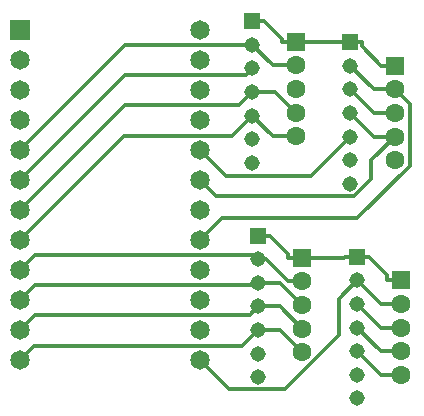
<source format=gtl>
G04 Layer: TopLayer*
G04 EasyEDA v6.5.47, 2024-10-10 17:33:07*
G04 2650b285be984398968929de45cde97e,02b1cd47abf14eeea88f237cf3128960,10*
G04 Gerber Generator version 0.2*
G04 Scale: 100 percent, Rotated: No, Reflected: No *
G04 Dimensions in millimeters *
G04 leading zeros omitted , absolute positions ,4 integer and 5 decimal *
%FSLAX45Y45*%
%MOMM*%

%AMMACRO1*21,1,$1,$2,0,0,$3*%
%ADD10C,0.3000*%
%ADD11C,1.6510*%
%ADD12R,1.6510X1.6510*%
%ADD13MACRO1,1.3081X1.3081X0.0000*%
%ADD14C,1.3081*%
%ADD15MACRO1,1.6X1.6X0.0000*%
%ADD16C,1.6000*%

%LPD*%
D10*
X2857502Y14998700D02*
G01*
X3077542Y14778659D01*
X3794660Y14778659D01*
X4127502Y15111501D01*
X4508502Y15309900D02*
G01*
X4329102Y15309900D01*
X4127502Y15511500D01*
X4559302Y13093801D02*
G01*
X4389274Y13093801D01*
X4188691Y13294385D01*
X4559302Y13493800D02*
G01*
X4389274Y13493800D01*
X4188691Y13694384D01*
X4559302Y13693800D02*
G01*
X4389274Y13693800D01*
X4188691Y13894384D01*
X2857502Y13220700D02*
G01*
X3106930Y12971271D01*
X3575103Y12971271D01*
X4032303Y13428471D01*
X4032303Y13737996D01*
X4188691Y13894384D01*
X3721102Y13484301D02*
G01*
X3532202Y13673201D01*
X3352802Y13673201D01*
X1333502Y13474700D02*
G01*
X1460502Y13601700D01*
X3281301Y13601700D01*
X3352802Y13673201D01*
X3721102Y13284301D02*
G01*
X3532202Y13473201D01*
X3352802Y13473201D01*
X1333502Y13220700D02*
G01*
X1451231Y13338429D01*
X3218030Y13338429D01*
X3352802Y13473201D01*
X3721102Y13684300D02*
G01*
X3532228Y13873175D01*
X3352802Y13873175D01*
X3352802Y13873200D01*
X1333502Y13728700D02*
G01*
X1460502Y13855700D01*
X3335301Y13855700D01*
X3352802Y13873200D01*
X1333502Y14744700D02*
G01*
X2222502Y15633700D01*
X3246401Y15633700D01*
X3302002Y15689300D01*
X3670302Y15713100D02*
G01*
X3478202Y15713100D01*
X3302002Y15889300D01*
X1333502Y14998700D02*
G01*
X2224102Y15889300D01*
X3302002Y15889300D01*
X3721102Y14084300D02*
G01*
X3606040Y14084300D01*
X3352802Y14273199D02*
G01*
X3453259Y14273199D01*
X3606040Y14084300D02*
G01*
X3606040Y14120418D01*
X3453259Y14273199D01*
X4088234Y14094383D02*
G01*
X4078150Y14084300D01*
X3721102Y14084300D01*
X3670302Y15913100D02*
G01*
X3555240Y15913100D01*
X3555240Y15913100D02*
G01*
X3555240Y15936518D01*
X3402459Y16089299D01*
X3670302Y15913100D02*
G01*
X4025445Y15913100D01*
X4027045Y15911499D01*
X3302002Y16089299D02*
G01*
X3402459Y16089299D01*
X4127502Y15911499D02*
G01*
X4027045Y15911499D01*
X4188691Y14094383D02*
G01*
X4088234Y14094383D01*
X4559302Y13893800D02*
G01*
X4444240Y13893800D01*
X4188691Y14094383D02*
G01*
X4289148Y14094383D01*
X4444240Y13893800D02*
G01*
X4444240Y13939291D01*
X4289148Y14094383D01*
X4127502Y15911499D02*
G01*
X4227959Y15911499D01*
X4508502Y15709900D02*
G01*
X4393440Y15709900D01*
X4393440Y15709900D02*
G01*
X4227959Y15875380D01*
X4227959Y15911499D01*
X4508502Y15109901D02*
G01*
X4329102Y15109901D01*
X4127502Y15311501D01*
X2857502Y14744700D02*
G01*
X2997126Y14605076D01*
X4164561Y14605076D01*
X4308477Y14748992D01*
X4308477Y14909876D01*
X4508502Y15109901D01*
X4508502Y15509900D02*
G01*
X4329102Y15509900D01*
X4127502Y15711500D01*
X2857502Y14236700D02*
G01*
X3041931Y14421129D01*
X4190596Y14421129D01*
X4633724Y14864257D01*
X4633724Y15384678D01*
X4508502Y15509900D01*
X4559302Y13293801D02*
G01*
X4389274Y13293801D01*
X4188691Y13494385D01*
X3721102Y13884300D02*
G01*
X3602713Y13884300D01*
X3413813Y14073200D01*
X3352802Y14073200D01*
X1333502Y13982700D02*
G01*
X1460502Y14109700D01*
X3316302Y14109700D01*
X3352802Y14073200D01*
X3670302Y15313101D02*
G01*
X3494102Y15489301D01*
X3302002Y15489301D01*
X1333502Y14490700D02*
G01*
X2222502Y15379700D01*
X3192401Y15379700D01*
X3302002Y15489301D01*
X3670302Y15113101D02*
G01*
X3478202Y15113101D01*
X3302002Y15289301D01*
X1333502Y14236700D02*
G01*
X2213231Y15116429D01*
X3129130Y15116429D01*
X3302002Y15289301D01*
D11*
G01*
X2857500Y13220700D03*
G01*
X2857500Y13474700D03*
G01*
X2857500Y13728700D03*
G01*
X2857500Y13982700D03*
G01*
X2857500Y14236700D03*
G01*
X2857500Y14490700D03*
G01*
X2857500Y14744700D03*
G01*
X2857500Y14998700D03*
G01*
X2857500Y15252700D03*
G01*
X2857500Y15506700D03*
G01*
X2857500Y15760700D03*
G01*
X2857500Y16014700D03*
D12*
G01*
X1333500Y16014700D03*
D11*
G01*
X1333500Y15760700D03*
G01*
X1333500Y15506700D03*
G01*
X1333500Y15252700D03*
G01*
X1333500Y14998700D03*
G01*
X1333500Y14744700D03*
G01*
X1333500Y14490700D03*
G01*
X1333500Y14236700D03*
G01*
X1333500Y13982700D03*
G01*
X1333500Y13728700D03*
G01*
X1333500Y13474700D03*
G01*
X1333500Y13220700D03*
D13*
G01*
X3302000Y16089299D03*
D14*
G01*
X3302000Y15889300D03*
G01*
X3302000Y15689300D03*
G01*
X3302000Y15289301D03*
G01*
X3302000Y15489301D03*
G01*
X3302000Y15089301D03*
G01*
X3302000Y14889302D03*
D13*
G01*
X3352800Y14273199D03*
D14*
G01*
X3352800Y14073200D03*
G01*
X3352800Y13873200D03*
G01*
X3352800Y13473201D03*
G01*
X3352800Y13673201D03*
G01*
X3352800Y13273201D03*
G01*
X3352800Y13073202D03*
D13*
G01*
X4188688Y14094383D03*
D14*
G01*
X4188688Y13894384D03*
G01*
X4188688Y13694384D03*
G01*
X4188688Y13294385D03*
G01*
X4188688Y13494385D03*
G01*
X4188688Y13094385D03*
G01*
X4188688Y12894386D03*
D13*
G01*
X4127500Y15911499D03*
D14*
G01*
X4127500Y15711500D03*
G01*
X4127500Y15511500D03*
G01*
X4127500Y15111501D03*
G01*
X4127500Y15311501D03*
G01*
X4127500Y14911501D03*
G01*
X4127500Y14711502D03*
D15*
G01*
X3670300Y15913100D03*
D16*
G01*
X3670300Y15713100D03*
G01*
X3670300Y15513100D03*
G01*
X3670300Y15313101D03*
G01*
X3670300Y15113101D03*
D15*
G01*
X3721100Y14084300D03*
D16*
G01*
X3721100Y13884300D03*
G01*
X3721100Y13684300D03*
G01*
X3721100Y13484301D03*
G01*
X3721100Y13284301D03*
D15*
G01*
X4559300Y13893800D03*
D16*
G01*
X4559300Y13693800D03*
G01*
X4559300Y13493800D03*
G01*
X4559300Y13293801D03*
G01*
X4559300Y13093801D03*
D15*
G01*
X4508500Y15709900D03*
D16*
G01*
X4508500Y15509900D03*
G01*
X4508500Y15309900D03*
G01*
X4508500Y15109901D03*
G01*
X4508500Y14909901D03*
M02*

</source>
